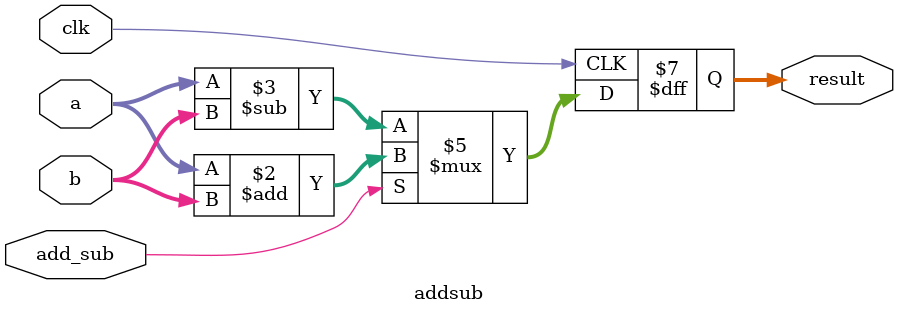
<source format=v>
module addsub(
	input [3:0] a,
	input [3:0] b,
	input add_sub,	  // if this is 1, add; else subtract
	input clk,
	output reg [3:0] result
);

	always @ (posedge clk)
	begin
		if (add_sub)
			result <= a + b;
		else
			result <= a - b;
	end

endmodule

</source>
